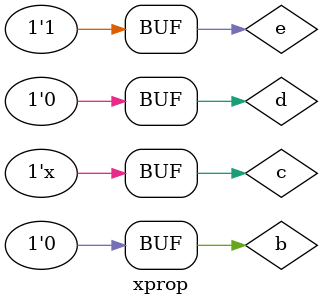
<source format=sv>
module xprop;

logic a;
wire b, c, d, e;

// b is x!
assign b = a & ~a;

// c is also, more reasonably, x
assign c = 1'bx ? 1 : 0;

// This is actually 0
assign d = 1'bx && 0;

// And this is 1
assign e = 1'bx || 1;

endmodule

</source>
